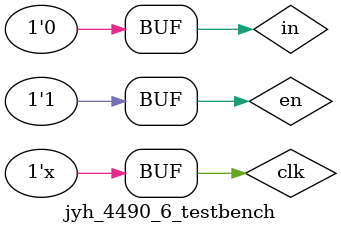
<source format=v>
`timescale 1ns/1ns
module jyh_4490_6_testbench;
reg clk;
reg in;
reg en;
wire out;
wire [19:0] cnt;

initial begin
	clk=0;
	in=0;
	en=1;
end

always#10 clk=~clk;
always
begin
	#1500000;
	in=0;
	repeat(5)
	begin
		in=1;
		#1000000;
		in=0;
		#1000000;
	end
	in=1;
	#35000000
	repeat(5)
	begin
		in=0;
		#1000000;
		in=1;
		#1000000;
	end
	in=0;
	#15000000;
end
	
jyh_4490_mstate M1(
.clk(clk),
.in(in),
.out(out),
.cnt(cnt));

endmodule
</source>
